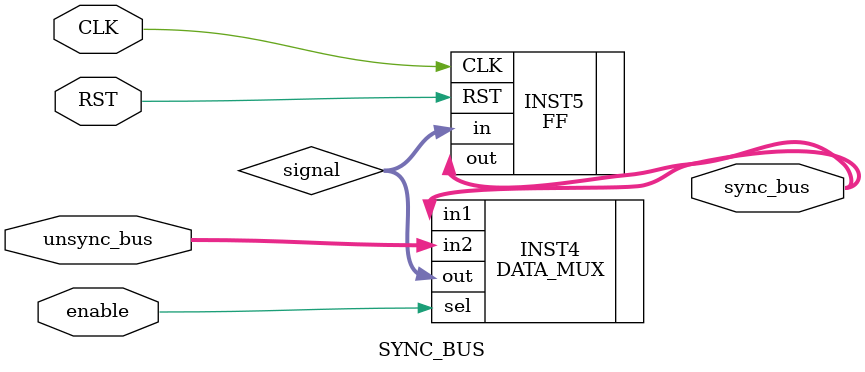
<source format=v>

module SYNC_BUS #(
  parameter BUS_WIDTH = 8
  )(
  input CLK,RST,
  input [BUS_WIDTH-1 : 0] unsync_bus,
  input enable,
  output wire [BUS_WIDTH-1 : 0] sync_bus
  );
  
  wire [BUS_WIDTH-1 : 0] signal;
  
  DATA_MUX INST4(
  .in1(sync_bus),
  .in2(unsync_bus),
  .sel(enable),
  .out(signal)
  );
  
  FF #(.BUS_WIDTH(8)) INST5(
  .CLK(CLK),
  .RST(RST),
  .in(signal),
  .out(sync_bus)
  );
  
endmodule


</source>
